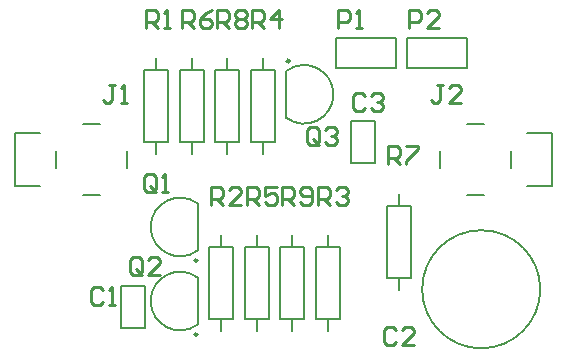
<source format=gto>
G04*
G04 #@! TF.GenerationSoftware,Altium Limited,Altium Designer,23.1.1 (15)*
G04*
G04 Layer_Color=65535*
%FSLAX44Y44*%
%MOMM*%
G71*
G04*
G04 #@! TF.SameCoordinates,0DFFAB6A-596F-4881-A06D-93F658BA65A8*
G04*
G04*
G04 #@! TF.FilePolarity,Positive*
G04*
G01*
G75*
%ADD10C,0.2000*%
%ADD11C,0.2500*%
%ADD12C,0.2540*%
D10*
X445000Y60000D02*
G03*
X445000Y60000I-50000J0D01*
G01*
X155000Y69800D02*
G03*
X155000Y30200I-15000J-19800D01*
G01*
Y132500D02*
G03*
X155000Y92900I-15000J-19800D01*
G01*
X230000Y205200D02*
G03*
X230000Y244800I15000J19800D01*
G01*
X0Y147500D02*
X21600D01*
X0Y192500D02*
X21600D01*
X0Y147500D02*
Y192500D01*
X57600Y140000D02*
X72400D01*
X57600Y200000D02*
X72400D01*
X95000Y162600D02*
Y177400D01*
X35000Y162600D02*
Y177400D01*
X284840Y202280D02*
X305160D01*
Y166720D02*
Y202280D01*
X284840Y166720D02*
Y202280D01*
Y166720D02*
X305160D01*
X120000Y245480D02*
Y255640D01*
Y174360D02*
Y184520D01*
X130160D02*
Y245480D01*
X109840D02*
X130160D01*
X109840Y184520D02*
Y245480D01*
Y184520D02*
X130160D01*
X89840Y27220D02*
X110160D01*
X89840D02*
Y62780D01*
X110160Y27220D02*
Y62780D01*
X89840D02*
X110160D01*
X155000Y30200D02*
Y69800D01*
Y92900D02*
Y132500D01*
X230000Y205200D02*
Y244800D01*
X139840Y184520D02*
X160160D01*
X139840D02*
Y245480D01*
X160160D01*
Y184520D02*
Y245480D01*
X150000Y174360D02*
Y184520D01*
Y245480D02*
Y255640D01*
X433400Y192500D02*
X455000D01*
X433400Y147500D02*
X455000D01*
Y192500D01*
X382600Y200000D02*
X397400D01*
X382600Y140000D02*
X397400D01*
X360000Y162600D02*
Y177400D01*
X420000Y162600D02*
Y177400D01*
X272300Y247300D02*
Y272700D01*
X323100D01*
Y247300D02*
Y272700D01*
X272300Y247300D02*
X323100D01*
X169840Y184520D02*
X190160D01*
X169840D02*
Y245480D01*
X190160D01*
Y184520D02*
Y245480D01*
X180000Y174360D02*
Y184520D01*
Y245480D02*
Y255640D01*
X199840Y184520D02*
X220160D01*
X199840D02*
Y245480D01*
X220160D01*
Y184520D02*
Y245480D01*
X210000Y174360D02*
Y184520D01*
Y245480D02*
Y255640D01*
X164840Y34520D02*
X185160D01*
X164840D02*
Y95480D01*
X185160D01*
Y34520D02*
Y95480D01*
X175000Y24360D02*
Y34520D01*
Y95480D02*
Y105640D01*
X224840Y34520D02*
X245160D01*
X224840D02*
Y95480D01*
X245160D01*
Y34520D02*
Y95480D01*
X235000Y24360D02*
Y34520D01*
Y95480D02*
Y105640D01*
X254840Y34520D02*
X275160D01*
X254840D02*
Y95480D01*
X275160D01*
Y34520D02*
Y95480D01*
X265000Y24360D02*
Y34520D01*
Y95480D02*
Y105640D01*
X314840Y130480D02*
X335160D01*
Y69520D02*
Y130480D01*
X314840Y69520D02*
X335160D01*
X314840D02*
Y130480D01*
X325000D02*
Y140640D01*
Y59360D02*
Y69520D01*
X332300Y247300D02*
Y272700D01*
X383100D01*
Y247300D02*
Y272700D01*
X332300Y247300D02*
X383100D01*
X194840Y34520D02*
X215160D01*
X194840D02*
Y95480D01*
X215160D01*
Y34520D02*
Y95480D01*
X205000Y24360D02*
Y34520D01*
Y95480D02*
Y105640D01*
D11*
X154750Y21700D02*
G03*
X154750Y21700I-1250J0D01*
G01*
Y84400D02*
G03*
X154750Y84400I-1250J0D01*
G01*
X232750Y253300D02*
G03*
X232750Y253300I-1250J0D01*
G01*
D12*
X85000Y232617D02*
X79922D01*
X82461D01*
Y219922D01*
X79922Y217383D01*
X77382D01*
X74843Y219922D01*
X90078Y217383D02*
X95157D01*
X92618D01*
Y232617D01*
X90078Y230078D01*
X296541Y223502D02*
X294002Y226041D01*
X288923D01*
X286384Y223502D01*
Y213345D01*
X288923Y210806D01*
X294002D01*
X296541Y213345D01*
X301619Y223502D02*
X304158Y226041D01*
X309237D01*
X311776Y223502D01*
Y220963D01*
X309237Y218424D01*
X306697D01*
X309237D01*
X311776Y215884D01*
Y213345D01*
X309237Y210806D01*
X304158D01*
X301619Y213345D01*
X111378Y281418D02*
Y296653D01*
X118996D01*
X121535Y294114D01*
Y289035D01*
X118996Y286496D01*
X111378D01*
X116456D02*
X121535Y281418D01*
X126613D02*
X131691D01*
X129152D01*
Y296653D01*
X126613Y294114D01*
X322461Y25078D02*
X319922Y27617D01*
X314843D01*
X312304Y25078D01*
Y14922D01*
X314843Y12383D01*
X319922D01*
X322461Y14922D01*
X337696Y12383D02*
X327539D01*
X337696Y22539D01*
Y25078D01*
X335157Y27617D01*
X330078D01*
X327539Y25078D01*
X75000Y59578D02*
X72461Y62118D01*
X67382D01*
X64843Y59578D01*
Y49422D01*
X67382Y46883D01*
X72461D01*
X75000Y49422D01*
X80078Y46883D02*
X85157D01*
X82618D01*
Y62118D01*
X80078Y59578D01*
X107461Y74922D02*
Y85078D01*
X104922Y87618D01*
X99843D01*
X97304Y85078D01*
Y74922D01*
X99843Y72382D01*
X104922D01*
X102382Y77461D02*
X107461Y72382D01*
X104922D02*
X107461Y74922D01*
X122696Y72382D02*
X112539D01*
X122696Y82539D01*
Y85078D01*
X120157Y87618D01*
X115078D01*
X112539Y85078D01*
X120000Y144922D02*
Y155078D01*
X117461Y157618D01*
X112382D01*
X109843Y155078D01*
Y144922D01*
X112382Y142382D01*
X117461D01*
X114922Y147461D02*
X120000Y142382D01*
X117461D02*
X120000Y144922D01*
X125078Y142382D02*
X130157D01*
X127618D01*
Y157618D01*
X125078Y155078D01*
X257461Y184922D02*
Y195078D01*
X254922Y197617D01*
X249843D01*
X247304Y195078D01*
Y184922D01*
X249843Y182383D01*
X254922D01*
X252383Y187461D02*
X257461Y182383D01*
X254922D02*
X257461Y184922D01*
X262539Y195078D02*
X265078Y197617D01*
X270157D01*
X272696Y195078D01*
Y192539D01*
X270157Y190000D01*
X267617D01*
X270157D01*
X272696Y187461D01*
Y184922D01*
X270157Y182383D01*
X265078D01*
X262539Y184922D01*
X141350Y281418D02*
Y296653D01*
X148968D01*
X151507Y294114D01*
Y289035D01*
X148968Y286496D01*
X141350D01*
X146428D02*
X151507Y281418D01*
X166742Y296653D02*
X161663Y294114D01*
X156585Y289035D01*
Y283957D01*
X159124Y281418D01*
X164203D01*
X166742Y283957D01*
Y286496D01*
X164203Y289035D01*
X156585D01*
X362327Y233153D02*
X357248D01*
X359787D01*
Y220457D01*
X357248Y217918D01*
X354709D01*
X352170Y220457D01*
X377562Y217918D02*
X367405D01*
X377562Y228075D01*
Y230614D01*
X375023Y233153D01*
X369944D01*
X367405Y230614D01*
X273938Y281418D02*
Y296653D01*
X281556D01*
X284095Y294114D01*
Y289035D01*
X281556Y286496D01*
X273938D01*
X289173Y281418D02*
X294251D01*
X291712D01*
Y296653D01*
X289173Y294114D01*
X171322Y281418D02*
Y296653D01*
X178939D01*
X181479Y294114D01*
Y289035D01*
X178939Y286496D01*
X171322D01*
X176400D02*
X181479Y281418D01*
X186557Y294114D02*
X189096Y296653D01*
X194175D01*
X196714Y294114D01*
Y291575D01*
X194175Y289035D01*
X196714Y286496D01*
Y283957D01*
X194175Y281418D01*
X189096D01*
X186557Y283957D01*
Y286496D01*
X189096Y289035D01*
X186557Y291575D01*
Y294114D01*
X189096Y289035D02*
X194175D01*
X201294Y281418D02*
Y296653D01*
X208911D01*
X211451Y294114D01*
Y289035D01*
X208911Y286496D01*
X201294D01*
X206372D02*
X211451Y281418D01*
X224147D02*
Y296653D01*
X216529Y289035D01*
X226686D01*
X166496Y131558D02*
Y146793D01*
X174114D01*
X176653Y144254D01*
Y139176D01*
X174114Y136636D01*
X166496D01*
X171574D02*
X176653Y131558D01*
X191888D02*
X181731D01*
X191888Y141715D01*
Y144254D01*
X189349Y146793D01*
X184270D01*
X181731Y144254D01*
X226440Y131558D02*
Y146793D01*
X234058D01*
X236597Y144254D01*
Y139176D01*
X234058Y136636D01*
X226440D01*
X231518D02*
X236597Y131558D01*
X241675Y134097D02*
X244214Y131558D01*
X249293D01*
X251832Y134097D01*
Y144254D01*
X249293Y146793D01*
X244214D01*
X241675Y144254D01*
Y141715D01*
X244214Y139176D01*
X251832D01*
X256412Y131558D02*
Y146793D01*
X264030D01*
X266569Y144254D01*
Y139176D01*
X264030Y136636D01*
X256412D01*
X261490D02*
X266569Y131558D01*
X271647Y144254D02*
X274186Y146793D01*
X279265D01*
X281804Y144254D01*
Y141715D01*
X279265Y139176D01*
X276725D01*
X279265D01*
X281804Y136636D01*
Y134097D01*
X279265Y131558D01*
X274186D01*
X271647Y134097D01*
X316356Y166356D02*
Y181591D01*
X323974D01*
X326513Y179052D01*
Y173974D01*
X323974Y171434D01*
X316356D01*
X321434D02*
X326513Y166356D01*
X331591Y181591D02*
X341748D01*
Y179052D01*
X331591Y168895D01*
Y166356D01*
X333882Y281418D02*
Y296653D01*
X341499D01*
X344039Y294114D01*
Y289035D01*
X341499Y286496D01*
X333882D01*
X359274Y281418D02*
X349117D01*
X359274Y291575D01*
Y294114D01*
X356735Y296653D01*
X351656D01*
X349117Y294114D01*
X196468Y131558D02*
Y146793D01*
X204086D01*
X206625Y144254D01*
Y139176D01*
X204086Y136636D01*
X196468D01*
X201546D02*
X206625Y131558D01*
X221860Y146793D02*
X211703D01*
Y139176D01*
X216781Y141715D01*
X219321D01*
X221860Y139176D01*
Y134097D01*
X219321Y131558D01*
X214242D01*
X211703Y134097D01*
M02*

</source>
